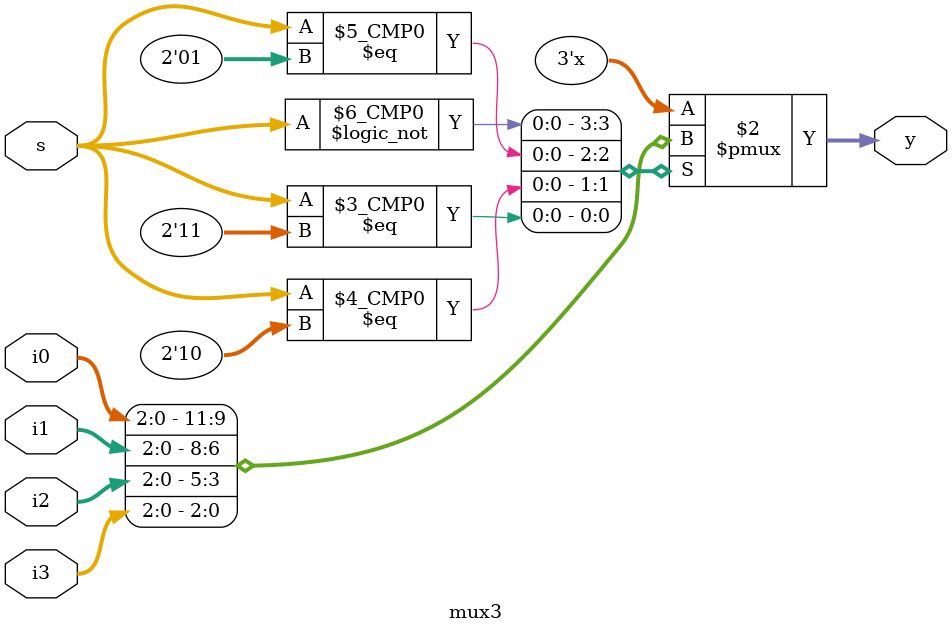
<source format=v>
module mux3(
	input [2:0] i3, i2, i1, i0,
	input [1:0] s,
	output reg [2:0] y
);

	always @(*)
	begin
	
		case (s)
			2'b00 : y = i0;
			2'b01 : y = i1;
			2'b10 : y = i2;
			2'b11 : y = i3;
		endcase
	end
	
endmodule

</source>
